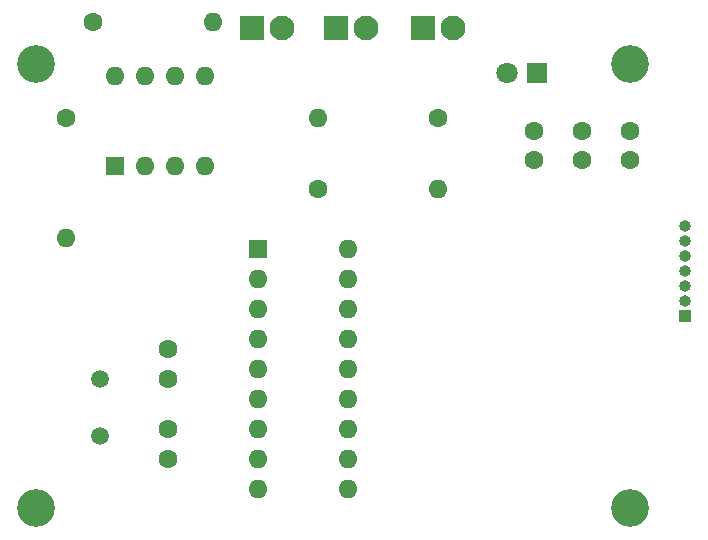
<source format=gbr>
%TF.GenerationSoftware,KiCad,Pcbnew,7.0.8*%
%TF.CreationDate,2023-10-19T16:09:30-04:00*%
%TF.ProjectId,CAN-Board-V1,43414e2d-426f-4617-9264-2d56312e6b69,rev?*%
%TF.SameCoordinates,Original*%
%TF.FileFunction,Soldermask,Bot*%
%TF.FilePolarity,Negative*%
%FSLAX46Y46*%
G04 Gerber Fmt 4.6, Leading zero omitted, Abs format (unit mm)*
G04 Created by KiCad (PCBNEW 7.0.8) date 2023-10-19 16:09:30*
%MOMM*%
%LPD*%
G01*
G04 APERTURE LIST*
%ADD10R,1.600000X1.600000*%
%ADD11O,1.600000X1.600000*%
%ADD12C,1.500000*%
%ADD13C,1.600000*%
%ADD14R,1.000000X1.000000*%
%ADD15O,1.000000X1.000000*%
%ADD16R,1.800000X1.800000*%
%ADD17C,1.800000*%
%ADD18C,3.200000*%
%ADD19R,2.100000X2.100000*%
%ADD20C,2.100000*%
G04 APERTURE END LIST*
D10*
%TO.C,U1*%
X89535000Y-53340000D03*
D11*
X92075000Y-53340000D03*
X94615000Y-53340000D03*
X97155000Y-53340000D03*
X97155000Y-45720000D03*
X94615000Y-45720000D03*
X92075000Y-45720000D03*
X89535000Y-45720000D03*
%TD*%
D10*
%TO.C,U2*%
X101600000Y-60325000D03*
D11*
X101600000Y-62865000D03*
X101600000Y-65405000D03*
X101600000Y-67945000D03*
X101600000Y-70485000D03*
X101600000Y-73025000D03*
X101600000Y-75565000D03*
X101600000Y-78105000D03*
X101600000Y-80645000D03*
X109220000Y-80645000D03*
X109220000Y-78105000D03*
X109220000Y-75565000D03*
X109220000Y-73025000D03*
X109220000Y-70485000D03*
X109220000Y-67945000D03*
X109220000Y-65405000D03*
X109220000Y-62865000D03*
X109220000Y-60325000D03*
%TD*%
D12*
%TO.C,Y1*%
X88265000Y-76200000D03*
X88265000Y-71320000D03*
%TD*%
D13*
%TO.C,C1*%
X93980000Y-68834000D03*
X93980000Y-71334000D03*
%TD*%
%TO.C,C2*%
X93980000Y-78105000D03*
X93980000Y-75605000D03*
%TD*%
%TO.C,R1*%
X106680000Y-55245000D03*
D11*
X116840000Y-55245000D03*
%TD*%
D13*
%TO.C,R2*%
X85344000Y-49276000D03*
D11*
X85344000Y-59436000D03*
%TD*%
D13*
%TO.C,R3*%
X116840000Y-49276000D03*
D11*
X106680000Y-49276000D03*
%TD*%
D14*
%TO.C,J1*%
X137795000Y-66040000D03*
D15*
X137795000Y-64770000D03*
X137795000Y-63500000D03*
X137795000Y-62230000D03*
X137795000Y-60960000D03*
X137795000Y-59690000D03*
X137795000Y-58420000D03*
%TD*%
D16*
%TO.C,D1*%
X125222000Y-45466000D03*
D17*
X122682000Y-45466000D03*
%TD*%
D18*
%TO.C,H1*%
X133096000Y-44704000D03*
%TD*%
%TO.C,H2*%
X133096000Y-82296000D03*
%TD*%
%TO.C,H3*%
X82804000Y-44704000D03*
%TD*%
%TO.C,H4*%
X82804000Y-82296000D03*
%TD*%
D13*
%TO.C,C3*%
X129032000Y-52832000D03*
X129032000Y-50332000D03*
%TD*%
%TO.C,C4*%
X133096000Y-52832000D03*
X133096000Y-50332000D03*
%TD*%
%TO.C,C5*%
X124968000Y-52832000D03*
X124968000Y-50332000D03*
%TD*%
D19*
%TO.C,J2*%
X101142800Y-41656000D03*
D20*
X103682800Y-41656000D03*
%TD*%
D19*
%TO.C,J3*%
X108254800Y-41656000D03*
D20*
X110794800Y-41656000D03*
%TD*%
D19*
%TO.C,J4*%
X115620800Y-41656000D03*
D20*
X118160800Y-41656000D03*
%TD*%
D13*
%TO.C,R4*%
X87630000Y-41148000D03*
D11*
X97790000Y-41148000D03*
%TD*%
M02*

</source>
